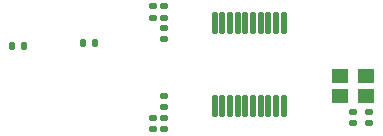
<source format=gbr>
%TF.GenerationSoftware,KiCad,Pcbnew,7.0.9*%
%TF.CreationDate,2024-06-23T02:13:20+02:00*%
%TF.ProjectId,board,626f6172-642e-46b6-9963-61645f706362,rev?*%
%TF.SameCoordinates,Original*%
%TF.FileFunction,Paste,Top*%
%TF.FilePolarity,Positive*%
%FSLAX46Y46*%
G04 Gerber Fmt 4.6, Leading zero omitted, Abs format (unit mm)*
G04 Created by KiCad (PCBNEW 7.0.9) date 2024-06-23 02:13:20*
%MOMM*%
%LPD*%
G01*
G04 APERTURE LIST*
G04 Aperture macros list*
%AMRoundRect*
0 Rectangle with rounded corners*
0 $1 Rounding radius*
0 $2 $3 $4 $5 $6 $7 $8 $9 X,Y pos of 4 corners*
0 Add a 4 corners polygon primitive as box body*
4,1,4,$2,$3,$4,$5,$6,$7,$8,$9,$2,$3,0*
0 Add four circle primitives for the rounded corners*
1,1,$1+$1,$2,$3*
1,1,$1+$1,$4,$5*
1,1,$1+$1,$6,$7*
1,1,$1+$1,$8,$9*
0 Add four rect primitives between the rounded corners*
20,1,$1+$1,$2,$3,$4,$5,0*
20,1,$1+$1,$4,$5,$6,$7,0*
20,1,$1+$1,$6,$7,$8,$9,0*
20,1,$1+$1,$8,$9,$2,$3,0*%
G04 Aperture macros list end*
%ADD10RoundRect,0.125000X0.125000X-0.825000X0.125000X0.825000X-0.125000X0.825000X-0.125000X-0.825000X0*%
%ADD11RoundRect,0.140000X-0.170000X0.140000X-0.170000X-0.140000X0.170000X-0.140000X0.170000X0.140000X0*%
%ADD12RoundRect,0.140000X0.170000X-0.140000X0.170000X0.140000X-0.170000X0.140000X-0.170000X-0.140000X0*%
%ADD13RoundRect,0.140000X-0.140000X-0.170000X0.140000X-0.170000X0.140000X0.170000X-0.140000X0.170000X0*%
%ADD14R,1.400000X1.200000*%
G04 APERTURE END LIST*
D10*
%TO.C,U1*%
X165900000Y-100150000D03*
X166550000Y-100150000D03*
X167200000Y-100150000D03*
X167850000Y-100150000D03*
X168500000Y-100150000D03*
X169150000Y-100150000D03*
X169800000Y-100150000D03*
X170450000Y-100150000D03*
X171100000Y-100150000D03*
X171750000Y-100150000D03*
X171750000Y-93150000D03*
X171100000Y-93150000D03*
X170450000Y-93150000D03*
X169800000Y-93150000D03*
X169150000Y-93150000D03*
X168500000Y-93150000D03*
X167850000Y-93150000D03*
X167200000Y-93150000D03*
X166550000Y-93150000D03*
X165900000Y-93150000D03*
%TD*%
D11*
%TO.C,C7*%
X177600000Y-100690000D03*
X177600000Y-101650000D03*
%TD*%
D12*
%TO.C,C5*%
X161650000Y-92700000D03*
X161650000Y-91740000D03*
%TD*%
%TO.C,C4*%
X161650000Y-94530000D03*
X161650000Y-93570000D03*
%TD*%
%TO.C,C6*%
X160700000Y-92700000D03*
X160700000Y-91740000D03*
%TD*%
%TO.C,C2*%
X160700000Y-102160000D03*
X160700000Y-101200000D03*
%TD*%
D11*
%TO.C,C3*%
X161650000Y-99340000D03*
X161650000Y-100300000D03*
%TD*%
D13*
%TO.C,C10*%
X148780000Y-95090000D03*
X149740000Y-95090000D03*
%TD*%
D11*
%TO.C,C8*%
X179000000Y-100690000D03*
X179000000Y-101650000D03*
%TD*%
D13*
%TO.C,C9*%
X154790000Y-94870000D03*
X155750000Y-94870000D03*
%TD*%
D14*
%TO.C,Y1*%
X178700000Y-97650000D03*
X176500000Y-97650000D03*
X176500000Y-99350000D03*
X178700000Y-99350000D03*
%TD*%
D12*
%TO.C,C1*%
X161650000Y-102160000D03*
X161650000Y-101200000D03*
%TD*%
M02*

</source>
